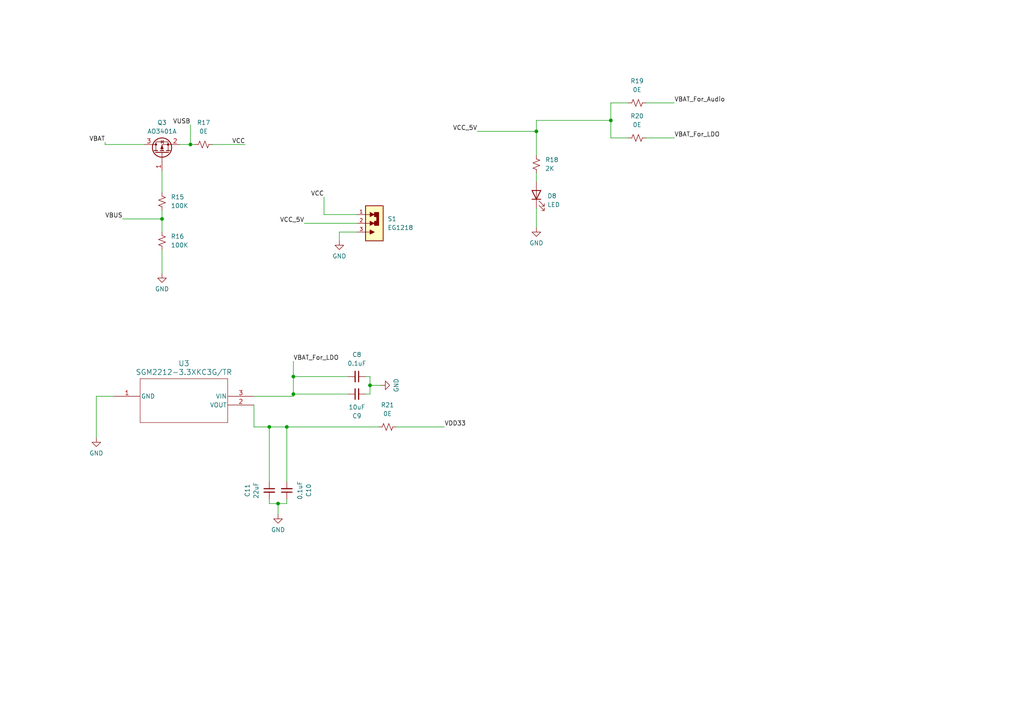
<source format=kicad_sch>
(kicad_sch (version 20230121) (generator eeschema)
  (paper "A4")
  (lib_symbols
    (symbol "Device:C_Small" (pin_numbers hide) (pin_names (offset 0.254) hide)
      (property "Reference" "C" (at 0.254 1.778 0))
      (property "Value" "C_Small" (at 0.254 -2.032 0))
      (symbol "C_Small_0_1"
        (polyline (pts (xy -1.524 -0.508) (xy 1.524 -0.508)) (stroke (width 0.3302)))
        (polyline (pts (xy -1.524 0.508) (xy 1.524 0.508)) (stroke (width 0.3048)))
      )
      (symbol "C_Small_1_1"
        (pin passive line (at 0 2.54 270) (length 2.032) (name "~") (number "1"))
        (pin passive line (at 0 -2.54 90) (length 2.032) (name "~") (number "2"))
      )
    )
    (symbol "Device:LED" (pin_numbers hide) (pin_names (offset 1.016) hide)
      (property "Reference" "D" (at 0 2.54 0))
      (property "Value" "LED" (at 0 -2.54 0))
      (symbol "LED_0_1"
        (polyline (pts (xy -1.27 -1.27) (xy -1.27 1.27)) (stroke (width 0.254)))
        (polyline (pts (xy -1.27 0) (xy 1.27 0)))
        (polyline (pts (xy 1.27 -1.27) (xy 1.27 1.27) (xy -1.27 0) (xy 1.27 -1.27)) (stroke (width 0.254)))
        (polyline (pts (xy -3.048 -0.762) (xy -4.572 -2.286) (xy -3.81 -2.286) (xy -4.572 -2.286) (xy -4.572 -1.524)))
        (polyline (pts (xy -1.778 -0.762) (xy -3.302 -2.286) (xy -2.54 -2.286) (xy -3.302 -2.286) (xy -3.302 -1.524)))
      )
      (symbol "LED_1_1"
        (pin passive line (at -3.81 0 0) (length 2.54) (name "K") (number "1"))
        (pin passive line (at 3.81 0 180) (length 2.54) (name "A") (number "2"))
      )
    )
    (symbol "Device:R_Small_US" (pin_numbers hide) (pin_names (offset 0.254) hide)
      (property "Reference" "R" (at 0.762 0.508 0))
      (property "Value" "R_Small_US" (at 0.762 -1.016 0))
      (symbol "R_Small_US_1_1"
        (polyline (pts (xy 0 0) (xy 1.016 -0.381) (xy 0 -0.762) (xy -1.016 -1.143) (xy 0 -1.524)))
        (polyline (pts (xy 0 1.524) (xy 1.016 1.143) (xy 0 0.762) (xy -1.016 0.381) (xy 0 0)))
        (pin passive line (at 0 2.54 270) (length 1.016) (name "~") (number "1"))
        (pin passive line (at 0 -2.54 90) (length 1.016) (name "~") (number "2"))
      )
    )
    (symbol "Project Symbol Library:EG1218" (pin_names (offset 1.016))
      (property "Reference" "S" (at -5.08 5.842 0))
      (property "Value" "EG1218" (at -5.08 -7.62 0))
      (symbol "EG1218_0_0"
        (rectangle (start -2.54 -5.08) (end 2.54 5.08) (stroke (width 0.254)) (fill (type background)))
        (polyline (pts (xy -2.54 -2.54) (xy -1.27 -2.54)) (stroke (width 0.1524)))
        (polyline (pts (xy -2.54 0) (xy -1.27 0)) (stroke (width 0.1524)))
        (polyline (pts (xy -2.54 2.54) (xy -1.27 2.54)) (stroke (width 0.1524)))
        (polyline (pts (xy -1.27 -1.905) (xy -1.27 -3.175) (xy 0 -2.54) (xy -1.27 -1.905)) (stroke (width 0.1524)) (fill (type outline)))
        (polyline (pts (xy -1.27 0.635) (xy -1.27 -0.635) (xy 0 0) (xy -1.27 0.635)) (stroke (width 0.1524)) (fill (type outline)))
        (polyline (pts (xy -1.27 3.175) (xy -1.27 1.905) (xy 0 2.54) (xy -1.27 3.175)) (stroke (width 0.1524)) (fill (type outline)))
        (polyline (pts (xy 0 1.905) (xy 0 3.175) (xy 1.27 3.175) (xy 1.27 -0.635) (xy 0 -0.635) (xy 0 0.635) (xy 0.635 0.635) (xy 0.635 1.905) (xy 0 1.905)) (stroke (width 0.1524)) (fill (type outline)))
        (pin passive line (at -5.08 2.54 0) (length 2.54) (name "~") (number "1"))
        (pin passive line (at -5.08 0 0) (length 2.54) (name "~") (number "2"))
        (pin passive line (at -5.08 -2.54 0) (length 2.54) (name "~") (number "3"))
      )
    )
    (symbol "Project Symbol Library:SGM2212-3.3XKC3G_TR" (pin_names (offset 0.254))
      (property "Reference" "U" (at 20.32 10.16 0))
      (property "Value" "SGM2212-3.3XKC3G/TR" (at 20.32 7.62 0))
      (symbol "SGM2212-3.3XKC3G_TR_0_1"
        (polyline (pts (xy 7.62 -7.62) (xy 33.02 -7.62)) (stroke (width 0.127)))
        (polyline (pts (xy 7.62 5.08) (xy 7.62 -7.62)) (stroke (width 0.127)))
        (polyline (pts (xy 33.02 -7.62) (xy 33.02 5.08)) (stroke (width 0.127)))
        (polyline (pts (xy 33.02 5.08) (xy 7.62 5.08)) (stroke (width 0.127)))
        (pin power_out line (at 0 0 0) (length 7.62) (name "GND") (number "1"))
        (pin output line (at 40.64 -2.54 180) (length 7.62) (name "VOUT") (number "2"))
        (pin input line (at 40.64 0 180) (length 7.62) (name "VIN") (number "3"))
      )
    )
    (symbol "Transistor_FET:AO3401A" (pin_names hide)
      (property "Reference" "Q" (at 5.08 1.905 0))
      (property "Value" "AO3401A" (at 5.08 0 0))
      (symbol "AO3401A_0_1"
        (polyline (pts (xy 0.254 0) (xy -2.54 0)))
        (polyline (pts (xy 0.254 1.905) (xy 0.254 -1.905)) (stroke (width 0.254)))
        (polyline (pts (xy 0.762 -1.27) (xy 0.762 -2.286)) (stroke (width 0.254)))
        (polyline (pts (xy 0.762 0.508) (xy 0.762 -0.508)) (stroke (width 0.254)))
        (polyline (pts (xy 0.762 2.286) (xy 0.762 1.27)) (stroke (width 0.254)))
        (polyline (pts (xy 2.54 2.54) (xy 2.54 1.778)))
        (polyline (pts (xy 2.54 -2.54) (xy 2.54 0) (xy 0.762 0)))
        (polyline (pts (xy 0.762 1.778) (xy 3.302 1.778) (xy 3.302 -1.778) (xy 0.762 -1.778)))
        (polyline (pts (xy 2.286 0) (xy 1.27 0.381) (xy 1.27 -0.381) (xy 2.286 0)) (fill (type outline)))
        (polyline (pts (xy 2.794 -0.508) (xy 2.921 -0.381) (xy 3.683 -0.381) (xy 3.81 -0.254)))
        (polyline (pts (xy 3.302 -0.381) (xy 2.921 0.254) (xy 3.683 0.254) (xy 3.302 -0.381)))
        (circle (center 1.651 0) (radius 2.794) (stroke (width 0.254)))
        (circle (center 2.54 -1.778) (radius 0.254) (fill (type outline)))
        (circle (center 2.54 1.778) (radius 0.254) (fill (type outline)))
      )
      (symbol "AO3401A_1_1"
        (pin input line (at -5.08 0 0) (length 2.54) (name "G") (number "1"))
        (pin passive line (at 2.54 -5.08 90) (length 2.54) (name "S") (number "2"))
        (pin passive line (at 2.54 5.08 270) (length 2.54) (name "D") (number "3"))
      )
    )
    (symbol "power:GND" (power) (pin_names (offset 0))
      (property "Value" "GND" (at 0 -3.81 0))
      (symbol "GND_0_1"
        (polyline (pts (xy 0 0) (xy 0 -1.27) (xy 1.27 -1.27) (xy 0 -2.54) (xy -1.27 -1.27) (xy 0 -1.27)))
      )
      (symbol "GND_1_1"
        (pin power_in line (at 0 0 270) (length 0) hide (name "GND") (number "1"))
      )
    )
  )
  (junction (at 155.575 38.1))
  (junction (at 46.99 63.5))
  (junction (at 55.245 41.91))
  (junction (at 80.645 146.05))
  (junction (at 83.185 123.825))
  (junction (at 78.105 123.825))
  (junction (at 177.165 34.925))
  (junction (at 85.09 109.22))
  (junction (at 107.315 111.76))
  (junction (at 85.09 114.3))
  (wire (pts (xy 52.07 41.91) (xy 55.245 41.91)))
  (wire (pts (xy 46.99 49.53) (xy 46.99 55.88)))
  (wire (pts (xy 80.645 146.05) (xy 80.645 149.225)))
  (wire (pts (xy 107.315 109.22) (xy 106.045 109.22)))
  (wire (pts (xy 85.09 109.22) (xy 100.965 109.22)))
  (wire (pts (xy 61.595 41.91) (xy 71.12 41.91)))
  (wire (pts (xy 155.575 38.1) (xy 155.575 34.925)))
  (wire (pts (xy 187.325 40.005) (xy 195.58 40.005)))
  (wire (pts (xy 78.105 144.78) (xy 78.105 146.05)))
  (wire (pts (xy 155.575 50.165) (xy 155.575 52.705)))
  (wire (pts (xy 187.325 29.845) (xy 195.58 29.845)))
  (wire (pts (xy 85.09 109.22) (xy 85.09 114.3)))
  (wire (pts (xy 182.245 40.005) (xy 177.165 40.005)))
  (wire (pts (xy 55.245 41.91) (xy 56.515 41.91)))
  (wire (pts (xy 155.575 66.04) (xy 155.575 60.325)))
  (wire (pts (xy 85.09 114.935) (xy 73.66 114.935)))
  (wire (pts (xy 78.105 123.825) (xy 78.105 139.7)))
  (wire (pts (xy 78.105 146.05) (xy 80.645 146.05)))
  (wire (pts (xy 73.66 123.825) (xy 78.105 123.825)))
  (wire (pts (xy 177.165 29.845) (xy 182.245 29.845)))
  (wire (pts (xy 46.99 63.5) (xy 46.99 67.31)))
  (wire (pts (xy 85.09 114.3) (xy 85.09 114.935)))
  (wire (pts (xy 88.265 64.77) (xy 103.505 64.77)))
  (wire (pts (xy 107.315 111.76) (xy 110.49 111.76)))
  (wire (pts (xy 27.94 114.935) (xy 33.02 114.935)))
  (wire (pts (xy 80.645 146.05) (xy 83.185 146.05)))
  (wire (pts (xy 155.575 34.925) (xy 177.165 34.925)))
  (wire (pts (xy 177.165 34.925) (xy 177.165 29.845)))
  (wire (pts (xy 73.66 117.475) (xy 73.66 123.825)))
  (wire (pts (xy 155.575 38.1) (xy 155.575 45.085)))
  (wire (pts (xy 46.99 60.96) (xy 46.99 63.5)))
  (wire (pts (xy 83.185 123.825) (xy 83.185 139.7)))
  (wire (pts (xy 114.935 123.825) (xy 128.905 123.825)))
  (wire (pts (xy 106.045 114.3) (xy 107.315 114.3)))
  (wire (pts (xy 85.09 104.775) (xy 85.09 109.22)))
  (wire (pts (xy 83.185 146.05) (xy 83.185 144.78)))
  (wire (pts (xy 83.185 123.825) (xy 109.855 123.825)))
  (wire (pts (xy 78.105 123.825) (xy 83.185 123.825)))
  (wire (pts (xy 55.245 36.195) (xy 55.245 41.91)))
  (wire (pts (xy 93.98 57.15) (xy 93.98 62.23)))
  (wire (pts (xy 98.425 67.31) (xy 103.505 67.31)))
  (wire (pts (xy 30.48 41.91) (xy 30.48 41.275)))
  (wire (pts (xy 85.09 114.3) (xy 100.965 114.3)))
  (wire (pts (xy 93.98 62.23) (xy 103.505 62.23)))
  (wire (pts (xy 107.315 111.76) (xy 107.315 109.22)))
  (wire (pts (xy 98.425 69.85) (xy 98.425 67.31)))
  (wire (pts (xy 35.56 63.5) (xy 46.99 63.5)))
  (wire (pts (xy 41.91 41.91) (xy 30.48 41.91)))
  (wire (pts (xy 27.94 114.935) (xy 27.94 127)))
  (wire (pts (xy 177.165 40.005) (xy 177.165 34.925)))
  (wire (pts (xy 107.315 114.3) (xy 107.315 111.76)))
  (wire (pts (xy 138.43 38.1) (xy 155.575 38.1)))
  (wire (pts (xy 46.99 72.39) (xy 46.99 79.375)))
  (label "VBUS" (at 35.56 63.5 180))
  (label "VBAT_For_Audio" (at 195.58 29.845 0))
  (label "VUSB" (at 55.245 36.195 180))
  (label "VCC_5V" (at 138.43 38.1 180))
  (label "VCC_5V" (at 88.265 64.77 180))
  (label "VCC" (at 71.12 41.91 180))
  (label "VCC" (at 93.98 57.15 180))
  (label "VDD33" (at 128.905 123.825 0))
  (label "VBAT_For_LDO" (at 195.58 40.005 0))
  (label "VBAT" (at 30.48 41.275 180))
  (label "VBAT_For_LDO" (at 85.09 104.775 0))
  (symbol (lib_id "Device:R_Small_US") (at 46.99 69.85 0) (unit 1)
    (property "Reference" "R16" (at 49.53 68.58 0) (effects (justify left)))
    (property "Value" "100K" (at 49.53 71.12 0) (effects (justify left)))
  )
  (symbol (lib_id "Device:R_Small_US") (at 59.055 41.91 90) (unit 1)
    (property "Reference" "R17" (at 59.055 35.56 90))
    (property "Value" "0E" (at 59.055 38.1 90))
  )
  (symbol (lib_id "Device:R_Small_US") (at 112.395 123.825 90) (unit 1)
    (property "Reference" "R21" (at 112.395 117.475 90))
    (property "Value" "0E" (at 112.395 120.015 90))
  )
  (symbol (lib_id "power:GND") (at 98.425 69.85 0) (unit 1)
    (property "Reference" "#PWR017" (effects hide))
    (property "Value" "GND" (at 98.425 74.295 0))
  )
  (symbol (lib_id "power:GND") (at 80.645 149.225 0) (unit 1)
    (property "Reference" "#PWR021" (effects hide))
    (property "Value" "GND" (at 80.645 153.67 0))
  )
  (symbol (lib_id "Device:C_Small") (at 78.105 142.24 0) (unit 1)
    (property "Reference" "C11" (at 71.755 142.2464 90))
    (property "Value" "22uF" (at 74.295 142.2464 90))
  )
  (symbol (lib_id "Transistor_FET:AO3401A") (at 46.99 44.45 90) (unit 1)
    (property "Reference" "Q3" (at 46.99 35.56 90))
    (property "Value" "AO3401A" (at 46.99 38.1 90))
    (property "Footprint" "Package_TO_SOT_SMD:SOT-23" (effects hide))
    (property "Datasheet" "http://www.aosmd.com/pdfs/datasheet/AO3401A.pdf" (effects hide))
  )
  (symbol (lib_id "Device:R_Small_US") (at 184.785 29.845 90) (unit 1)
    (property "Reference" "R19" (at 184.785 23.495 90))
    (property "Value" "0E" (at 184.785 26.035 90))
  )
  (symbol (lib_id "Project Symbol Library:SGM2212-3.3XKC3G_TR") (at 33.02 114.935 0) (unit 1)
    (property "Reference" "U3" (at 53.34 105.41 0) (effects (font (size 1.524 1.524))))
    (property "Value" "SGM2212-3.3XKC3G/TR" (at 53.34 107.95 0) (effects (font (size 1.524 1.524))))
    (property "Footprint" "SOT-223-3_SGM2212_SNC" (effects hide))
    (property "Datasheet" "SGM2212-3.3XKC3G/TR" (effects hide))
  )
  (symbol (lib_id "Project Symbol Library:EG1218") (at 108.585 64.77 0) (unit 1)
    (property "Reference" "S1" (at 112.395 63.5 0) (effects (justify left)))
    (property "Value" "EG1218" (at 112.395 66.04 0) (effects (justify left)))
    (property "Footprint" "EG1218:SW_EG1218" (effects hide))
    (property "MF" "E-Switch" (effects hide))
    (property "DESCRIPTION" "Slide Switch SPDT Through Hole" (effects hide))
    (property "PACKAGE" "None" (effects hide))
    (property "PRICE" "None" (effects hide))
    (property "Package" "None" (effects hide))
    (property "Check_prices" "https://www.snapeda.com/parts/EG1218/E-Switch/view-part/?ref=eda" (effects hide))
    (property "Price" "None" (effects hide))
    (property "MP" "EG1218" (effects hide))
    (property "Description" "\nSlide Switch, EG Series, SPDT, Non-Shorting, ON-ON, 200mA DC, 30VDC, PC Pin | E-Switch EG1218\n" (effects hide))
    (property "Availability" "In Stock" (effects hide))
    (property "AVAILABILITY" "In Stock" (effects hide))
    (property "PURCHASE-URL" "https://pricing.snapeda.com/search/part/EG1218/?ref=eda" (effects hide))
  )
  (symbol (lib_id "Device:R_Small_US") (at 155.575 47.625 0) (unit 1)
    (property "Reference" "R18" (at 158.115 46.355 0) (effects (justify left)))
    (property "Value" "2K" (at 158.115 48.895 0) (effects (justify left)))
  )
  (symbol (lib_id "Device:C_Small") (at 103.505 114.3 90) (unit 1)
    (property "Reference" "C9" (at 103.5114 120.65 90))
    (property "Value" "10uF" (at 103.5114 118.11 90))
  )
  (symbol (lib_id "power:GND") (at 27.94 127 0) (unit 1)
    (property "Reference" "#PWR019" (effects hide))
    (property "Value" "GND" (at 27.94 131.445 0))
  )
  (symbol (lib_id "Device:R_Small_US") (at 184.785 40.005 90) (unit 1)
    (property "Reference" "R20" (at 184.785 33.655 90))
    (property "Value" "0E" (at 184.785 36.195 90))
  )
  (symbol (lib_id "power:GND") (at 46.99 79.375 0) (unit 1)
    (property "Reference" "#PWR016" (effects hide))
    (property "Value" "GND" (at 46.99 83.82 0))
  )
  (symbol (lib_id "power:GND") (at 155.575 66.04 0) (unit 1)
    (property "Reference" "#PWR018" (effects hide))
    (property "Value" "GND" (at 155.575 70.485 0))
  )
  (symbol (lib_id "Device:LED") (at 155.575 56.515 90) (unit 1)
    (property "Reference" "D8" (at 158.75 56.8325 90) (effects (justify right)))
    (property "Value" "LED" (at 158.75 59.3725 90) (effects (justify right)))
  )
  (symbol (lib_id "Device:C_Small") (at 103.505 109.22 270) (unit 1)
    (property "Reference" "C8" (at 103.4986 102.87 90))
    (property "Value" "0.1uF" (at 103.4986 105.41 90))
  )
  (symbol (lib_id "Device:R_Small_US") (at 46.99 58.42 0) (unit 1)
    (property "Reference" "R15" (at 49.53 57.15 0) (effects (justify left)))
    (property "Value" "100K" (at 49.53 59.69 0) (effects (justify left)))
  )
  (symbol (lib_id "power:GND") (at 110.49 111.76 90) (unit 1)
    (property "Reference" "#PWR020" (effects hide))
    (property "Value" "GND" (at 114.935 111.76 0))
  )
  (symbol (lib_id "Device:C_Small") (at 83.185 142.24 180) (unit 1)
    (property "Reference" "C10" (at 89.535 142.2336 90))
    (property "Value" "0.1uF" (at 86.995 142.2336 90))
  )
)
</source>
